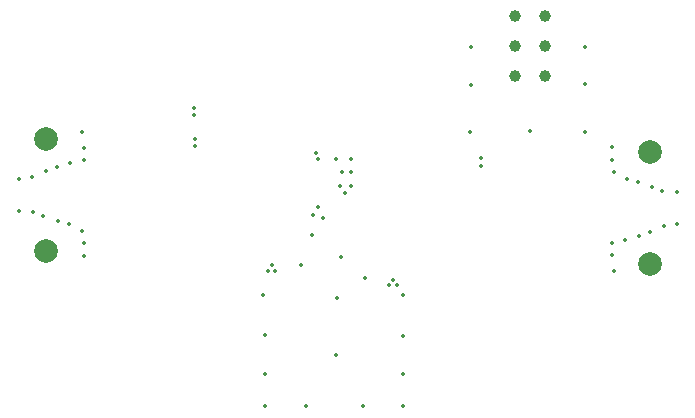
<source format=gbr>
G04 ===== Begin FILE IDENTIFICATION =====*
G04 File Format:  Gerber RS274X*
G04 ===== End FILE IDENTIFICATION =====*
%FSLAX55Y55*%
%MOMM*%
%SFA1.0000B1.0000*%
%OFA0.0B0.0*%
%ADD14C,0.350000*%
%ADD15C,1.000000*%
%ADD16C,2.000000*%
%LNhole*%
%IPPOS*%
%LPD*%
G75*
D14*
X1094534Y-1595458D03*
X2112834Y-1723758D03*
X1710000Y-990000D03*
X1462235Y-651619D03*
X1640000Y-1880000D03*
X1630000Y-2360000D03*
D15*
X3150000Y514000D03*
Y6000D03*
Y260000D03*
X3404000Y6000D03*
Y260000D03*
Y514000D03*
D14*
X2860000Y-690000D03*
Y-760000D03*
X440000Y-530000D03*
Y-590000D03*
X430000Y-330000D03*
Y-270000D03*
X1670000Y-930000D03*
X1760000D03*
X1480599Y-701309D03*
X1760000Y-700000D03*
X1630000D03*
X1760000Y-810000D03*
X1684150Y-809150D03*
X1481463Y-1106223D03*
X1440000Y-1170000D03*
X1520000Y-1200000D03*
X1060000Y-1650000D03*
X1120000D03*
X2080000Y-1770000D03*
X2150000D03*
X3740000Y-470000D03*
Y-60000D03*
X1020000Y-1850000D03*
X1030000Y-2190000D03*
Y-2520000D03*
X2200000Y-1850000D03*
Y-2200000D03*
Y-2520000D03*
Y-2790000D03*
X1860000D03*
X1380000D03*
X1030000D03*
X1880000Y-1710000D03*
X1680000Y-1530000D03*
X1340000Y-1600000D03*
X1430000Y-1340000D03*
X3740000Y250000D03*
X2780000D03*
Y-70000D03*
X2770000Y-470000D03*
X3280000Y-460000D03*
X3970000Y-600000D03*
Y-710000D03*
X3984867Y-812409D03*
X4094705Y-869263D03*
X4190000Y-890000D03*
X4313145Y-935303D03*
X4396379Y-968304D03*
X4520000Y-980000D03*
D16*
X4290000Y-640000D03*
D14*
X4520000Y-1250000D03*
X4410000Y-1270000D03*
X4291852Y-1319461D03*
X4196827Y-1354587D03*
X4084713Y-1388332D03*
X3970000Y-1410000D03*
X3969291Y-1509375D03*
X3987078Y-1647657D03*
D16*
X4290000Y-1590000D03*
X-822922Y-527657D03*
Y-1477657D03*
D14*
X-520000Y-470000D03*
X-502213Y-608282D03*
X-502922Y-707657D03*
X-617635Y-729325D03*
X-729749Y-763070D03*
X-824774Y-798196D03*
X-1052922Y-1137657D03*
X-929301Y-1149354D03*
X-846068Y-1182354D03*
X-722922Y-1227657D03*
X-502922Y-1517657D03*
Y-1407657D03*
X-517789Y-1305248D03*
X-627628Y-1248394D03*
X-942922Y-847657D03*
X-1052922Y-867657D03*
M02*


</source>
